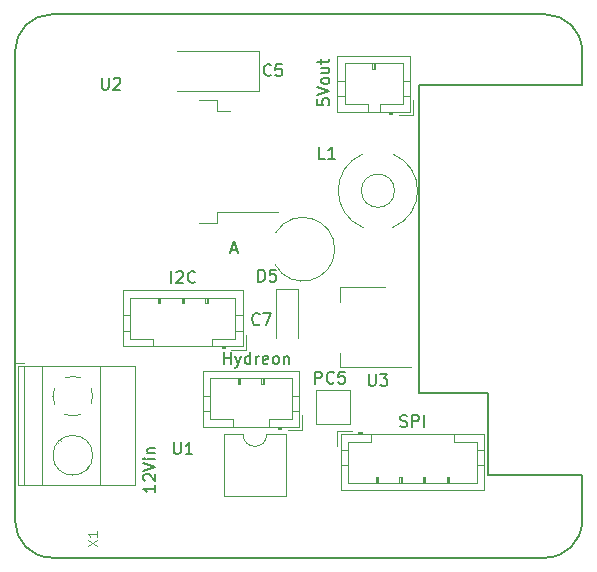
<source format=gbr>
G04 #@! TF.GenerationSoftware,KiCad,Pcbnew,6.0.5*
G04 #@! TF.CreationDate,2022-09-29T12:45:26+03:00*
G04 #@! TF.ProjectId,opi-hat,6f70692d-6861-4742-9e6b-696361645f70,rev?*
G04 #@! TF.SameCoordinates,Original*
G04 #@! TF.FileFunction,Legend,Top*
G04 #@! TF.FilePolarity,Positive*
%FSLAX46Y46*%
G04 Gerber Fmt 4.6, Leading zero omitted, Abs format (unit mm)*
G04 Created by KiCad (PCBNEW 6.0.5) date 2022-09-29 12:45:26*
%MOMM*%
%LPD*%
G01*
G04 APERTURE LIST*
%ADD10C,0.150000*%
%ADD11C,0.092659*%
%ADD12C,0.120000*%
G04 #@! TA.AperFunction,Profile*
%ADD13C,0.127000*%
G04 #@! TD*
G04 APERTURE END LIST*
D10*
X89027095Y-56856380D02*
X89027095Y-57665904D01*
X89074714Y-57761142D01*
X89122333Y-57808761D01*
X89217571Y-57856380D01*
X89408047Y-57856380D01*
X89503285Y-57808761D01*
X89550904Y-57761142D01*
X89598523Y-57665904D01*
X89598523Y-56856380D01*
X90027095Y-56951619D02*
X90074714Y-56904000D01*
X90169952Y-56856380D01*
X90408047Y-56856380D01*
X90503285Y-56904000D01*
X90550904Y-56951619D01*
X90598523Y-57046857D01*
X90598523Y-57142095D01*
X90550904Y-57284952D01*
X89979476Y-57856380D01*
X90598523Y-57856380D01*
D11*
X87837070Y-96476463D02*
X88609230Y-95961689D01*
X87837070Y-95961689D02*
X88609230Y-96476463D01*
X88609230Y-95263068D02*
X88609230Y-95704303D01*
X88609230Y-95483685D02*
X87837070Y-95483685D01*
X87947379Y-95557224D01*
X88020918Y-95630764D01*
X88057687Y-95704303D01*
D10*
X107275380Y-58657952D02*
X107275380Y-59134142D01*
X107751571Y-59181761D01*
X107703952Y-59134142D01*
X107656333Y-59038904D01*
X107656333Y-58800809D01*
X107703952Y-58705571D01*
X107751571Y-58657952D01*
X107846809Y-58610333D01*
X108084904Y-58610333D01*
X108180142Y-58657952D01*
X108227761Y-58705571D01*
X108275380Y-58800809D01*
X108275380Y-59038904D01*
X108227761Y-59134142D01*
X108180142Y-59181761D01*
X107275380Y-58324619D02*
X108275380Y-57991285D01*
X107275380Y-57657952D01*
X108275380Y-57181761D02*
X108227761Y-57277000D01*
X108180142Y-57324619D01*
X108084904Y-57372238D01*
X107799190Y-57372238D01*
X107703952Y-57324619D01*
X107656333Y-57277000D01*
X107608714Y-57181761D01*
X107608714Y-57038904D01*
X107656333Y-56943666D01*
X107703952Y-56896047D01*
X107799190Y-56848428D01*
X108084904Y-56848428D01*
X108180142Y-56896047D01*
X108227761Y-56943666D01*
X108275380Y-57038904D01*
X108275380Y-57181761D01*
X107608714Y-55991285D02*
X108275380Y-55991285D01*
X107608714Y-56419857D02*
X108132523Y-56419857D01*
X108227761Y-56372238D01*
X108275380Y-56277000D01*
X108275380Y-56134142D01*
X108227761Y-56038904D01*
X108180142Y-55991285D01*
X107608714Y-55657952D02*
X107608714Y-55277000D01*
X107275380Y-55515095D02*
X108132523Y-55515095D01*
X108227761Y-55467476D01*
X108275380Y-55372238D01*
X108275380Y-55277000D01*
X102278904Y-74112380D02*
X102278904Y-73112380D01*
X102517000Y-73112380D01*
X102659857Y-73160000D01*
X102755095Y-73255238D01*
X102802714Y-73350476D01*
X102850333Y-73540952D01*
X102850333Y-73683809D01*
X102802714Y-73874285D01*
X102755095Y-73969523D01*
X102659857Y-74064761D01*
X102517000Y-74112380D01*
X102278904Y-74112380D01*
X103755095Y-73112380D02*
X103278904Y-73112380D01*
X103231285Y-73588571D01*
X103278904Y-73540952D01*
X103374142Y-73493333D01*
X103612238Y-73493333D01*
X103707476Y-73540952D01*
X103755095Y-73588571D01*
X103802714Y-73683809D01*
X103802714Y-73921904D01*
X103755095Y-74017142D01*
X103707476Y-74064761D01*
X103612238Y-74112380D01*
X103374142Y-74112380D01*
X103278904Y-74064761D01*
X103231285Y-74017142D01*
X99964904Y-71413666D02*
X100441095Y-71413666D01*
X99869666Y-71699380D02*
X100203000Y-70699380D01*
X100536333Y-71699380D01*
X114292190Y-86383761D02*
X114435047Y-86431380D01*
X114673142Y-86431380D01*
X114768380Y-86383761D01*
X114816000Y-86336142D01*
X114863619Y-86240904D01*
X114863619Y-86145666D01*
X114816000Y-86050428D01*
X114768380Y-86002809D01*
X114673142Y-85955190D01*
X114482666Y-85907571D01*
X114387428Y-85859952D01*
X114339809Y-85812333D01*
X114292190Y-85717095D01*
X114292190Y-85621857D01*
X114339809Y-85526619D01*
X114387428Y-85479000D01*
X114482666Y-85431380D01*
X114720761Y-85431380D01*
X114863619Y-85479000D01*
X115292190Y-86431380D02*
X115292190Y-85431380D01*
X115673142Y-85431380D01*
X115768380Y-85479000D01*
X115816000Y-85526619D01*
X115863619Y-85621857D01*
X115863619Y-85764714D01*
X115816000Y-85859952D01*
X115768380Y-85907571D01*
X115673142Y-85955190D01*
X115292190Y-85955190D01*
X116292190Y-86431380D02*
X116292190Y-85431380D01*
X93543380Y-91352523D02*
X93543380Y-91923952D01*
X93543380Y-91638238D02*
X92543380Y-91638238D01*
X92686238Y-91733476D01*
X92781476Y-91828714D01*
X92829095Y-91923952D01*
X92638619Y-90971571D02*
X92591000Y-90923952D01*
X92543380Y-90828714D01*
X92543380Y-90590619D01*
X92591000Y-90495380D01*
X92638619Y-90447761D01*
X92733857Y-90400142D01*
X92829095Y-90400142D01*
X92971952Y-90447761D01*
X93543380Y-91019190D01*
X93543380Y-90400142D01*
X92543380Y-90114428D02*
X93543380Y-89781095D01*
X92543380Y-89447761D01*
X93543380Y-89114428D02*
X92876714Y-89114428D01*
X92543380Y-89114428D02*
X92591000Y-89162047D01*
X92638619Y-89114428D01*
X92591000Y-89066809D01*
X92543380Y-89114428D01*
X92638619Y-89114428D01*
X92876714Y-88638238D02*
X93543380Y-88638238D01*
X92971952Y-88638238D02*
X92924333Y-88590619D01*
X92876714Y-88495380D01*
X92876714Y-88352523D01*
X92924333Y-88257285D01*
X93019571Y-88209666D01*
X93543380Y-88209666D01*
X107910333Y-63698380D02*
X107434142Y-63698380D01*
X107434142Y-62698380D01*
X108767476Y-63698380D02*
X108196047Y-63698380D01*
X108481761Y-63698380D02*
X108481761Y-62698380D01*
X108386523Y-62841238D01*
X108291285Y-62936476D01*
X108196047Y-62984095D01*
X102373133Y-77710442D02*
X102325514Y-77758061D01*
X102182657Y-77805680D01*
X102087419Y-77805680D01*
X101944561Y-77758061D01*
X101849323Y-77662823D01*
X101801704Y-77567585D01*
X101754085Y-77377109D01*
X101754085Y-77234252D01*
X101801704Y-77043776D01*
X101849323Y-76948538D01*
X101944561Y-76853300D01*
X102087419Y-76805680D01*
X102182657Y-76805680D01*
X102325514Y-76853300D01*
X102373133Y-76900919D01*
X102706466Y-76805680D02*
X103373133Y-76805680D01*
X102944561Y-77805680D01*
X111633095Y-81930380D02*
X111633095Y-82739904D01*
X111680714Y-82835142D01*
X111728333Y-82882761D01*
X111823571Y-82930380D01*
X112014047Y-82930380D01*
X112109285Y-82882761D01*
X112156904Y-82835142D01*
X112204523Y-82739904D01*
X112204523Y-81930380D01*
X112585476Y-81930380D02*
X113204523Y-81930380D01*
X112871190Y-82311333D01*
X113014047Y-82311333D01*
X113109285Y-82358952D01*
X113156904Y-82406571D01*
X113204523Y-82501809D01*
X113204523Y-82739904D01*
X113156904Y-82835142D01*
X113109285Y-82882761D01*
X113014047Y-82930380D01*
X112728333Y-82930380D01*
X112633095Y-82882761D01*
X112585476Y-82835142D01*
X95123095Y-87717380D02*
X95123095Y-88526904D01*
X95170714Y-88622142D01*
X95218333Y-88669761D01*
X95313571Y-88717380D01*
X95504047Y-88717380D01*
X95599285Y-88669761D01*
X95646904Y-88622142D01*
X95694523Y-88526904D01*
X95694523Y-87717380D01*
X96694523Y-88717380D02*
X96123095Y-88717380D01*
X96408809Y-88717380D02*
X96408809Y-87717380D01*
X96313571Y-87860238D01*
X96218333Y-87955476D01*
X96123095Y-88003095D01*
X107092904Y-82748380D02*
X107092904Y-81748380D01*
X107473857Y-81748380D01*
X107569095Y-81796000D01*
X107616714Y-81843619D01*
X107664333Y-81938857D01*
X107664333Y-82081714D01*
X107616714Y-82176952D01*
X107569095Y-82224571D01*
X107473857Y-82272190D01*
X107092904Y-82272190D01*
X108664333Y-82653142D02*
X108616714Y-82700761D01*
X108473857Y-82748380D01*
X108378619Y-82748380D01*
X108235761Y-82700761D01*
X108140523Y-82605523D01*
X108092904Y-82510285D01*
X108045285Y-82319809D01*
X108045285Y-82176952D01*
X108092904Y-81986476D01*
X108140523Y-81891238D01*
X108235761Y-81796000D01*
X108378619Y-81748380D01*
X108473857Y-81748380D01*
X108616714Y-81796000D01*
X108664333Y-81843619D01*
X109569095Y-81748380D02*
X109092904Y-81748380D01*
X109045285Y-82224571D01*
X109092904Y-82176952D01*
X109188142Y-82129333D01*
X109426238Y-82129333D01*
X109521476Y-82176952D01*
X109569095Y-82224571D01*
X109616714Y-82319809D01*
X109616714Y-82557904D01*
X109569095Y-82653142D01*
X109521476Y-82700761D01*
X109426238Y-82748380D01*
X109188142Y-82748380D01*
X109092904Y-82700761D01*
X109045285Y-82653142D01*
X99346095Y-81097380D02*
X99346095Y-80097380D01*
X99346095Y-80573571D02*
X99917523Y-80573571D01*
X99917523Y-81097380D02*
X99917523Y-80097380D01*
X100298476Y-80430714D02*
X100536571Y-81097380D01*
X100774666Y-80430714D02*
X100536571Y-81097380D01*
X100441333Y-81335476D01*
X100393714Y-81383095D01*
X100298476Y-81430714D01*
X101584190Y-81097380D02*
X101584190Y-80097380D01*
X101584190Y-81049761D02*
X101488952Y-81097380D01*
X101298476Y-81097380D01*
X101203238Y-81049761D01*
X101155619Y-81002142D01*
X101108000Y-80906904D01*
X101108000Y-80621190D01*
X101155619Y-80525952D01*
X101203238Y-80478333D01*
X101298476Y-80430714D01*
X101488952Y-80430714D01*
X101584190Y-80478333D01*
X102060380Y-81097380D02*
X102060380Y-80430714D01*
X102060380Y-80621190D02*
X102108000Y-80525952D01*
X102155619Y-80478333D01*
X102250857Y-80430714D01*
X102346095Y-80430714D01*
X103060380Y-81049761D02*
X102965142Y-81097380D01*
X102774666Y-81097380D01*
X102679428Y-81049761D01*
X102631809Y-80954523D01*
X102631809Y-80573571D01*
X102679428Y-80478333D01*
X102774666Y-80430714D01*
X102965142Y-80430714D01*
X103060380Y-80478333D01*
X103108000Y-80573571D01*
X103108000Y-80668809D01*
X102631809Y-80764047D01*
X103679428Y-81097380D02*
X103584190Y-81049761D01*
X103536571Y-81002142D01*
X103488952Y-80906904D01*
X103488952Y-80621190D01*
X103536571Y-80525952D01*
X103584190Y-80478333D01*
X103679428Y-80430714D01*
X103822285Y-80430714D01*
X103917523Y-80478333D01*
X103965142Y-80525952D01*
X104012761Y-80621190D01*
X104012761Y-80906904D01*
X103965142Y-81002142D01*
X103917523Y-81049761D01*
X103822285Y-81097380D01*
X103679428Y-81097380D01*
X104441333Y-80430714D02*
X104441333Y-81097380D01*
X104441333Y-80525952D02*
X104488952Y-80478333D01*
X104584190Y-80430714D01*
X104727047Y-80430714D01*
X104822285Y-80478333D01*
X104869904Y-80573571D01*
X104869904Y-81097380D01*
X94908809Y-74218380D02*
X94908809Y-73218380D01*
X95337380Y-73313619D02*
X95385000Y-73266000D01*
X95480238Y-73218380D01*
X95718333Y-73218380D01*
X95813571Y-73266000D01*
X95861190Y-73313619D01*
X95908809Y-73408857D01*
X95908809Y-73504095D01*
X95861190Y-73646952D01*
X95289761Y-74218380D01*
X95908809Y-74218380D01*
X96908809Y-74123142D02*
X96861190Y-74170761D01*
X96718333Y-74218380D01*
X96623095Y-74218380D01*
X96480238Y-74170761D01*
X96385000Y-74075523D01*
X96337380Y-73980285D01*
X96289761Y-73789809D01*
X96289761Y-73646952D01*
X96337380Y-73456476D01*
X96385000Y-73361238D01*
X96480238Y-73266000D01*
X96623095Y-73218380D01*
X96718333Y-73218380D01*
X96861190Y-73266000D01*
X96908809Y-73313619D01*
X103338333Y-56618142D02*
X103290714Y-56665761D01*
X103147857Y-56713380D01*
X103052619Y-56713380D01*
X102909761Y-56665761D01*
X102814523Y-56570523D01*
X102766904Y-56475285D01*
X102719285Y-56284809D01*
X102719285Y-56141952D01*
X102766904Y-55951476D01*
X102814523Y-55856238D01*
X102909761Y-55761000D01*
X103052619Y-55713380D01*
X103147857Y-55713380D01*
X103290714Y-55761000D01*
X103338333Y-55808619D01*
X104243095Y-55713380D02*
X103766904Y-55713380D01*
X103719285Y-56189571D01*
X103766904Y-56141952D01*
X103862142Y-56094333D01*
X104100238Y-56094333D01*
X104195476Y-56141952D01*
X104243095Y-56189571D01*
X104290714Y-56284809D01*
X104290714Y-56522904D01*
X104243095Y-56618142D01*
X104195476Y-56665761D01*
X104100238Y-56713380D01*
X103862142Y-56713380D01*
X103766904Y-56665761D01*
X103719285Y-56618142D01*
D12*
X97275000Y-58759000D02*
X98775000Y-58759000D01*
X98775000Y-58759000D02*
X98775000Y-59709000D01*
X97275000Y-69159000D02*
X98775000Y-69159000D01*
X98775000Y-68209000D02*
X103900000Y-68209000D01*
X98775000Y-69159000D02*
X98775000Y-68209000D01*
X98775000Y-59709000D02*
X99875000Y-59709000D01*
D13*
X126581299Y-51486900D02*
X84781300Y-51486900D01*
X129681299Y-57501509D02*
X129681299Y-54586900D01*
X81681300Y-54586900D02*
X81681300Y-94386900D01*
X129681299Y-57501509D02*
X115841253Y-57501509D01*
X115841253Y-57501509D02*
X115841253Y-83536509D01*
X115841253Y-83536509D02*
X121683253Y-83536509D01*
X121683253Y-90521509D02*
X129684253Y-90521509D01*
X129684253Y-90521509D02*
X129684253Y-94382309D01*
X84781300Y-97486899D02*
X126581299Y-97486899D01*
X121683253Y-83536509D02*
X121683253Y-90521509D01*
X126581299Y-97486894D02*
G75*
G03*
X129681298Y-94386900I4J3099995D01*
G01*
X81681300Y-94386900D02*
G75*
G03*
X84781300Y-97486900I3100000J0D01*
G01*
X84781300Y-51486900D02*
G75*
G03*
X81681300Y-54586900I0J-3100000D01*
G01*
X129681302Y-54586900D02*
G75*
G03*
X126581299Y-51486900I-3099999J1D01*
G01*
D12*
X112530000Y-59112000D02*
X114480000Y-59112000D01*
X115090000Y-58412000D02*
X114480000Y-58412000D01*
X108970000Y-58412000D02*
X109580000Y-58412000D01*
X111530000Y-59112000D02*
X111530000Y-59722000D01*
X115090000Y-55002000D02*
X108970000Y-55002000D01*
X111930000Y-56112000D02*
X111930000Y-55612000D01*
X109580000Y-55612000D02*
X109580000Y-59112000D01*
X112530000Y-59722000D02*
X112530000Y-59112000D01*
X115090000Y-57112000D02*
X114480000Y-57112000D01*
X114480000Y-55612000D02*
X109580000Y-55612000D01*
X112130000Y-55612000D02*
X112130000Y-56112000D01*
X114140000Y-60022000D02*
X115390000Y-60022000D01*
X114480000Y-59112000D02*
X114480000Y-55612000D01*
X115090000Y-59722000D02*
X115090000Y-55002000D01*
X113330000Y-59822000D02*
X113630000Y-59822000D01*
X108970000Y-57112000D02*
X109580000Y-57112000D01*
X115390000Y-60022000D02*
X115390000Y-58772000D01*
X109580000Y-59112000D02*
X111530000Y-59112000D01*
X108970000Y-55002000D02*
X108970000Y-59722000D01*
X113630000Y-59922000D02*
X113630000Y-59722000D01*
X113330000Y-59722000D02*
X113330000Y-59922000D01*
X112030000Y-55612000D02*
X112030000Y-56112000D01*
X108970000Y-59722000D02*
X115090000Y-59722000D01*
X112130000Y-56112000D02*
X111930000Y-56112000D01*
X113330000Y-59922000D02*
X113630000Y-59922000D01*
X103683640Y-72674000D02*
G75*
G03*
X103735580Y-69983819I2361360J1300000D01*
G01*
X109256000Y-89658000D02*
X109866000Y-89658000D01*
X109256000Y-91768000D02*
X121376000Y-91768000D01*
X114216000Y-91158000D02*
X114216000Y-90658000D01*
X120766000Y-91158000D02*
X120766000Y-87658000D01*
X116216000Y-91158000D02*
X116216000Y-90658000D01*
X118816000Y-87658000D02*
X118816000Y-87048000D01*
X118316000Y-91158000D02*
X118316000Y-90658000D01*
X121376000Y-89658000D02*
X120766000Y-89658000D01*
X112216000Y-90658000D02*
X112416000Y-90658000D01*
X118216000Y-90658000D02*
X118416000Y-90658000D01*
X111816000Y-87658000D02*
X109866000Y-87658000D01*
X121376000Y-91768000D02*
X121376000Y-87048000D01*
X112216000Y-91158000D02*
X112216000Y-90658000D01*
X116316000Y-91158000D02*
X116316000Y-90658000D01*
X111016000Y-87048000D02*
X111016000Y-86848000D01*
X109256000Y-87048000D02*
X109256000Y-91768000D01*
X121376000Y-87048000D02*
X109256000Y-87048000D01*
X112316000Y-91158000D02*
X112316000Y-90658000D01*
X120766000Y-87658000D02*
X118816000Y-87658000D01*
X111016000Y-86948000D02*
X110716000Y-86948000D01*
X110716000Y-86848000D02*
X110716000Y-87048000D01*
X114316000Y-91158000D02*
X114316000Y-90658000D01*
X116416000Y-90658000D02*
X116416000Y-91158000D01*
X109256000Y-88358000D02*
X109866000Y-88358000D01*
X109866000Y-87658000D02*
X109866000Y-91158000D01*
X110206000Y-86748000D02*
X108956000Y-86748000D01*
X118416000Y-90658000D02*
X118416000Y-91158000D01*
X111016000Y-86848000D02*
X110716000Y-86848000D01*
X112416000Y-90658000D02*
X112416000Y-91158000D01*
X114416000Y-90658000D02*
X114416000Y-91158000D01*
X111816000Y-87048000D02*
X111816000Y-87658000D01*
X121376000Y-88358000D02*
X120766000Y-88358000D01*
X114216000Y-90658000D02*
X114416000Y-90658000D01*
X118216000Y-91158000D02*
X118216000Y-90658000D01*
X116216000Y-90658000D02*
X116416000Y-90658000D01*
X108956000Y-86748000D02*
X108956000Y-87998000D01*
X109866000Y-91158000D02*
X120766000Y-91158000D01*
X81903000Y-81260000D02*
X81903000Y-91380000D01*
X91824000Y-81260000D02*
X91824000Y-91380000D01*
X81663000Y-81020000D02*
X81663000Y-81520000D01*
X82403000Y-81020000D02*
X81663000Y-81020000D01*
X87838000Y-89890000D02*
X87802000Y-89855000D01*
X91824000Y-91380000D02*
X81903000Y-91380000D01*
X85540000Y-87593000D02*
X85494000Y-87546000D01*
X87632000Y-90095000D02*
X87586000Y-90048000D01*
X88864000Y-81260000D02*
X88864000Y-91380000D01*
X82463000Y-81260000D02*
X82463000Y-91380000D01*
X85324000Y-87786000D02*
X85289000Y-87751000D01*
X91824000Y-81260000D02*
X81903000Y-81260000D01*
X83963000Y-81260000D02*
X83963000Y-91380000D01*
X85879000Y-85355001D02*
G75*
G03*
X87246042Y-85355427I684000J1535001D01*
G01*
X85028000Y-83136000D02*
G75*
G03*
X84882747Y-83848805I1535001J-683999D01*
G01*
X87247000Y-82285000D02*
G75*
G03*
X85879958Y-82284573I-684001J-1534993D01*
G01*
X84883000Y-83820000D02*
G75*
G03*
X85028244Y-84503318I1680000J0D01*
G01*
X88098000Y-84504000D02*
G75*
G03*
X88098427Y-83136958I-1534993J684001D01*
G01*
X88243000Y-88820000D02*
G75*
G03*
X88243000Y-88820000I-1680000J0D01*
G01*
X113655000Y-69534185D02*
G75*
G03*
X113655000Y-63307815I-1260000J3113185D01*
G01*
X111135000Y-63307815D02*
G75*
G03*
X111135000Y-69534185I1260000J-3113185D01*
G01*
X113799000Y-66421000D02*
G75*
G03*
X113799000Y-66421000I-1404000J0D01*
G01*
X103763800Y-74781800D02*
X103763800Y-78866800D01*
X105633800Y-78866800D02*
X105633800Y-74781800D01*
X105633800Y-74781800D02*
X103763800Y-74781800D01*
X109215000Y-74568000D02*
X109215000Y-75828000D01*
X112975000Y-74568000D02*
X109215000Y-74568000D01*
X109215000Y-81388000D02*
X109215000Y-80128000D01*
X115225000Y-81388000D02*
X109215000Y-81388000D01*
X100981000Y-87062000D02*
X99331000Y-87062000D01*
X99331000Y-92262000D02*
X104631000Y-92262000D01*
X99331000Y-87062000D02*
X99331000Y-92262000D01*
X104631000Y-87062000D02*
X102981000Y-87062000D01*
X104631000Y-92262000D02*
X104631000Y-87062000D01*
X100981000Y-87062000D02*
G75*
G03*
X102981000Y-87062000I1000000J0D01*
G01*
X107135000Y-86159000D02*
X107135000Y-83259000D01*
X110035000Y-83259000D02*
X110035000Y-86159000D01*
X107135000Y-83259000D02*
X110035000Y-83259000D01*
X110035000Y-86159000D02*
X107135000Y-86159000D01*
X102632000Y-82282000D02*
X102632000Y-82782000D01*
X103132000Y-85782000D02*
X105082000Y-85782000D01*
X105082000Y-82282000D02*
X98182000Y-82282000D01*
X100632000Y-82282000D02*
X100632000Y-82782000D01*
X102732000Y-82282000D02*
X102732000Y-82782000D01*
X97572000Y-83782000D02*
X98182000Y-83782000D01*
X100732000Y-82282000D02*
X100732000Y-82782000D01*
X105082000Y-85782000D02*
X105082000Y-82282000D01*
X105692000Y-81672000D02*
X97572000Y-81672000D01*
X98182000Y-85782000D02*
X100132000Y-85782000D01*
X100532000Y-82782000D02*
X100532000Y-82282000D01*
X98182000Y-82282000D02*
X98182000Y-85782000D01*
X102732000Y-82782000D02*
X102532000Y-82782000D01*
X97572000Y-86392000D02*
X105692000Y-86392000D01*
X97572000Y-85082000D02*
X98182000Y-85082000D01*
X103932000Y-86392000D02*
X103932000Y-86592000D01*
X102532000Y-82782000D02*
X102532000Y-82282000D01*
X104742000Y-86692000D02*
X105992000Y-86692000D01*
X105992000Y-86692000D02*
X105992000Y-85442000D01*
X100132000Y-85782000D02*
X100132000Y-86392000D01*
X105692000Y-85082000D02*
X105082000Y-85082000D01*
X103932000Y-86592000D02*
X104232000Y-86592000D01*
X100732000Y-82782000D02*
X100532000Y-82782000D01*
X103932000Y-86492000D02*
X104232000Y-86492000D01*
X103132000Y-86392000D02*
X103132000Y-85782000D01*
X105692000Y-86392000D02*
X105692000Y-81672000D01*
X104232000Y-86592000D02*
X104232000Y-86392000D01*
X97572000Y-81672000D02*
X97572000Y-86392000D01*
X105692000Y-83782000D02*
X105082000Y-83782000D01*
X100945000Y-74856000D02*
X90825000Y-74856000D01*
X97985000Y-75466000D02*
X97985000Y-75966000D01*
X97985000Y-75966000D02*
X97785000Y-75966000D01*
X95885000Y-75466000D02*
X95885000Y-75966000D01*
X90825000Y-76966000D02*
X91435000Y-76966000D01*
X90825000Y-78266000D02*
X91435000Y-78266000D01*
X93885000Y-75466000D02*
X93885000Y-75966000D01*
X99185000Y-79776000D02*
X99485000Y-79776000D01*
X91435000Y-75466000D02*
X91435000Y-78966000D01*
X99185000Y-79676000D02*
X99485000Y-79676000D01*
X93385000Y-78966000D02*
X93385000Y-79576000D01*
X93985000Y-75966000D02*
X93785000Y-75966000D01*
X93985000Y-75466000D02*
X93985000Y-75966000D01*
X95985000Y-75966000D02*
X95785000Y-75966000D01*
X99185000Y-79576000D02*
X99185000Y-79776000D01*
X100945000Y-78266000D02*
X100335000Y-78266000D01*
X95785000Y-75966000D02*
X95785000Y-75466000D01*
X99995000Y-79876000D02*
X101245000Y-79876000D01*
X97885000Y-75466000D02*
X97885000Y-75966000D01*
X97785000Y-75966000D02*
X97785000Y-75466000D01*
X98385000Y-79576000D02*
X98385000Y-78966000D01*
X100335000Y-75466000D02*
X91435000Y-75466000D01*
X91435000Y-78966000D02*
X93385000Y-78966000D01*
X95985000Y-75466000D02*
X95985000Y-75966000D01*
X98385000Y-78966000D02*
X100335000Y-78966000D01*
X90825000Y-74856000D02*
X90825000Y-79576000D01*
X99485000Y-79776000D02*
X99485000Y-79576000D01*
X90825000Y-79576000D02*
X100945000Y-79576000D01*
X101245000Y-79876000D02*
X101245000Y-78626000D01*
X100945000Y-79576000D02*
X100945000Y-74856000D01*
X93785000Y-75966000D02*
X93785000Y-75466000D01*
X100335000Y-78966000D02*
X100335000Y-75466000D01*
X100945000Y-76966000D02*
X100335000Y-76966000D01*
X102360000Y-57971000D02*
X102360000Y-54551000D01*
X102360000Y-54551000D02*
X95425000Y-54551000D01*
X95425000Y-57971000D02*
X102360000Y-57971000D01*
M02*

</source>
